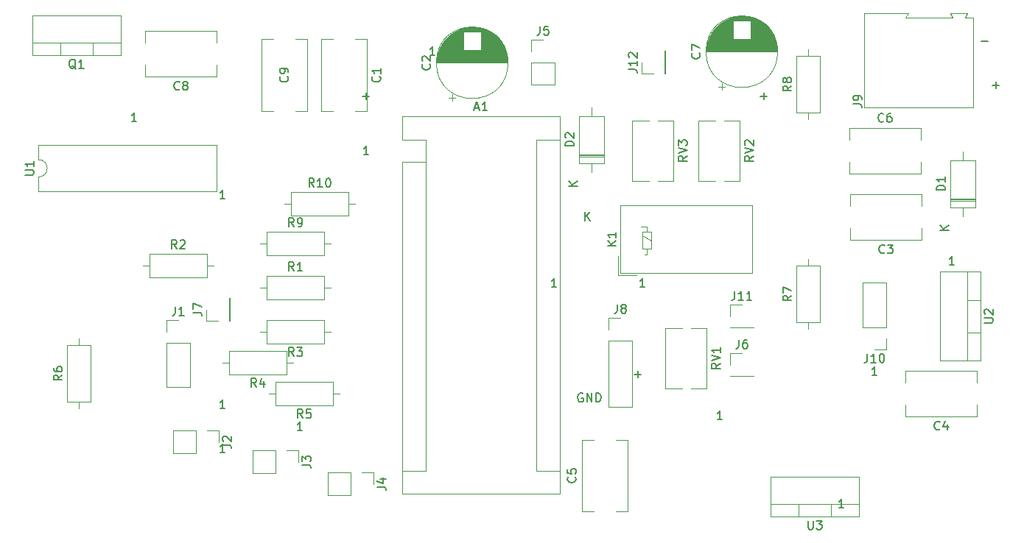
<source format=gbr>
G04 #@! TF.GenerationSoftware,KiCad,Pcbnew,(5.1.5)-3*
G04 #@! TF.CreationDate,2020-03-25T21:09:59+01:00*
G04 #@! TF.ProjectId,FunctiongeneratorMK3PowerControl,46756e63-7469-46f6-9e67-656e65726174,rev?*
G04 #@! TF.SameCoordinates,Original*
G04 #@! TF.FileFunction,Legend,Top*
G04 #@! TF.FilePolarity,Positive*
%FSLAX46Y46*%
G04 Gerber Fmt 4.6, Leading zero omitted, Abs format (unit mm)*
G04 Created by KiCad (PCBNEW (5.1.5)-3) date 2020-03-25 21:09:59*
%MOMM*%
%LPD*%
G04 APERTURE LIST*
%ADD10C,0.150000*%
%ADD11C,0.120000*%
G04 APERTURE END LIST*
D10*
X115189047Y-76271428D02*
X115950952Y-76271428D01*
X115570000Y-76652380D02*
X115570000Y-75890476D01*
X141859047Y-75001428D02*
X142620952Y-75001428D01*
X142240000Y-75382380D02*
X142240000Y-74620476D01*
X140589047Y-69921428D02*
X141350952Y-69921428D01*
X137445714Y-95702380D02*
X136874285Y-95702380D01*
X137160000Y-95702380D02*
X137160000Y-94702380D01*
X137064761Y-94845238D01*
X136969523Y-94940476D01*
X136874285Y-94988095D01*
X128555714Y-108402380D02*
X127984285Y-108402380D01*
X128270000Y-108402380D02*
X128270000Y-107402380D01*
X128174761Y-107545238D01*
X128079523Y-107640476D01*
X127984285Y-107688095D01*
X124745714Y-123642380D02*
X124174285Y-123642380D01*
X124460000Y-123642380D02*
X124460000Y-122642380D01*
X124364761Y-122785238D01*
X124269523Y-122880476D01*
X124174285Y-122928095D01*
X110775714Y-113482380D02*
X110204285Y-113482380D01*
X110490000Y-113482380D02*
X110490000Y-112482380D01*
X110394761Y-112625238D01*
X110299523Y-112720476D01*
X110204285Y-112768095D01*
X94988095Y-90622380D02*
X94988095Y-89622380D01*
X95559523Y-90622380D02*
X95130952Y-90050952D01*
X95559523Y-89622380D02*
X94988095Y-90193809D01*
X94742095Y-110498000D02*
X94646857Y-110450380D01*
X94504000Y-110450380D01*
X94361142Y-110498000D01*
X94265904Y-110593238D01*
X94218285Y-110688476D01*
X94170666Y-110878952D01*
X94170666Y-111021809D01*
X94218285Y-111212285D01*
X94265904Y-111307523D01*
X94361142Y-111402761D01*
X94504000Y-111450380D01*
X94599238Y-111450380D01*
X94742095Y-111402761D01*
X94789714Y-111355142D01*
X94789714Y-111021809D01*
X94599238Y-111021809D01*
X95218285Y-111450380D02*
X95218285Y-110450380D01*
X95789714Y-111450380D01*
X95789714Y-110450380D01*
X96265904Y-111450380D02*
X96265904Y-110450380D01*
X96504000Y-110450380D01*
X96646857Y-110498000D01*
X96742095Y-110593238D01*
X96789714Y-110688476D01*
X96837333Y-110878952D01*
X96837333Y-111021809D01*
X96789714Y-111212285D01*
X96742095Y-111307523D01*
X96646857Y-111402761D01*
X96504000Y-111450380D01*
X96265904Y-111450380D01*
X100711047Y-108275428D02*
X101472952Y-108275428D01*
X101092000Y-108656380D02*
X101092000Y-107894476D01*
X91725714Y-98242380D02*
X91154285Y-98242380D01*
X91440000Y-98242380D02*
X91440000Y-97242380D01*
X91344761Y-97385238D01*
X91249523Y-97480476D01*
X91154285Y-97528095D01*
X101885714Y-98242380D02*
X101314285Y-98242380D01*
X101600000Y-98242380D02*
X101600000Y-97242380D01*
X101504761Y-97385238D01*
X101409523Y-97480476D01*
X101314285Y-97528095D01*
X70135714Y-83002380D02*
X69564285Y-83002380D01*
X69850000Y-83002380D02*
X69850000Y-82002380D01*
X69754761Y-82145238D01*
X69659523Y-82240476D01*
X69564285Y-82288095D01*
X53625714Y-117292380D02*
X53054285Y-117292380D01*
X53340000Y-117292380D02*
X53340000Y-116292380D01*
X53244761Y-116435238D01*
X53149523Y-116530476D01*
X53054285Y-116578095D01*
X62515714Y-114752380D02*
X61944285Y-114752380D01*
X62230000Y-114752380D02*
X62230000Y-113752380D01*
X62134761Y-113895238D01*
X62039523Y-113990476D01*
X61944285Y-114038095D01*
X53625714Y-112212380D02*
X53054285Y-112212380D01*
X53340000Y-112212380D02*
X53340000Y-111212380D01*
X53244761Y-111355238D01*
X53149523Y-111450476D01*
X53054285Y-111498095D01*
X53625714Y-88082380D02*
X53054285Y-88082380D01*
X53340000Y-88082380D02*
X53340000Y-87082380D01*
X53244761Y-87225238D01*
X53149523Y-87320476D01*
X53054285Y-87368095D01*
X77755714Y-71572380D02*
X77184285Y-71572380D01*
X77470000Y-71572380D02*
X77470000Y-70572380D01*
X77374761Y-70715238D01*
X77279523Y-70810476D01*
X77184285Y-70858095D01*
X69469047Y-76271428D02*
X70230952Y-76271428D01*
X69850000Y-76652380D02*
X69850000Y-75890476D01*
X43465714Y-79192380D02*
X42894285Y-79192380D01*
X43180000Y-79192380D02*
X43180000Y-78192380D01*
X43084761Y-78335238D01*
X42989523Y-78430476D01*
X42894285Y-78478095D01*
D11*
X92078000Y-78610000D02*
X74038000Y-78610000D01*
X92078000Y-122050000D02*
X92078000Y-78610000D01*
X74038000Y-122050000D02*
X92078000Y-122050000D01*
X76708000Y-119380000D02*
X74038000Y-119380000D01*
X76708000Y-83820000D02*
X76708000Y-119380000D01*
X76708000Y-83820000D02*
X74038000Y-83820000D01*
X89408000Y-119380000D02*
X92078000Y-119380000D01*
X89408000Y-81280000D02*
X89408000Y-119380000D01*
X89408000Y-81280000D02*
X92078000Y-81280000D01*
X74038000Y-78610000D02*
X74038000Y-81280000D01*
X74038000Y-83820000D02*
X74038000Y-122050000D01*
X76708000Y-81280000D02*
X74038000Y-81280000D01*
X76708000Y-83820000D02*
X76708000Y-81280000D01*
X32198000Y-81932000D02*
X32198000Y-83582000D01*
X52638000Y-81932000D02*
X32198000Y-81932000D01*
X52638000Y-87232000D02*
X52638000Y-81932000D01*
X32198000Y-87232000D02*
X52638000Y-87232000D01*
X32198000Y-85582000D02*
X32198000Y-87232000D01*
X32198000Y-83582000D02*
G75*
G02X32198000Y-85582000I0J-1000000D01*
G01*
X68556000Y-88646000D02*
X67786000Y-88646000D01*
X60476000Y-88646000D02*
X61246000Y-88646000D01*
X67786000Y-87276000D02*
X61246000Y-87276000D01*
X67786000Y-90016000D02*
X67786000Y-87276000D01*
X61246000Y-90016000D02*
X67786000Y-90016000D01*
X61246000Y-87276000D02*
X61246000Y-90016000D01*
X65762000Y-93218000D02*
X64992000Y-93218000D01*
X57682000Y-93218000D02*
X58452000Y-93218000D01*
X64992000Y-91848000D02*
X58452000Y-91848000D01*
X64992000Y-94588000D02*
X64992000Y-91848000D01*
X58452000Y-94588000D02*
X64992000Y-94588000D01*
X58452000Y-91848000D02*
X58452000Y-94588000D01*
X52300000Y-95758000D02*
X51530000Y-95758000D01*
X44220000Y-95758000D02*
X44990000Y-95758000D01*
X51530000Y-94388000D02*
X44990000Y-94388000D01*
X51530000Y-97128000D02*
X51530000Y-94388000D01*
X44990000Y-97128000D02*
X51530000Y-97128000D01*
X44990000Y-94388000D02*
X44990000Y-97128000D01*
X65762000Y-98298000D02*
X64992000Y-98298000D01*
X57682000Y-98298000D02*
X58452000Y-98298000D01*
X64992000Y-96928000D02*
X58452000Y-96928000D01*
X64992000Y-99668000D02*
X64992000Y-96928000D01*
X58452000Y-99668000D02*
X64992000Y-99668000D01*
X58452000Y-96928000D02*
X58452000Y-99668000D01*
X59196000Y-77974000D02*
X57832000Y-77974000D01*
X63072000Y-77974000D02*
X61708000Y-77974000D01*
X59196000Y-69734000D02*
X57832000Y-69734000D01*
X63072000Y-69734000D02*
X61708000Y-69734000D01*
X57832000Y-69734000D02*
X57832000Y-77974000D01*
X63072000Y-69734000D02*
X63072000Y-77974000D01*
X44454000Y-70118000D02*
X44454000Y-68754000D01*
X44454000Y-73994000D02*
X44454000Y-72630000D01*
X52694000Y-70118000D02*
X52694000Y-68754000D01*
X52694000Y-73994000D02*
X52694000Y-72630000D01*
X52694000Y-68754000D02*
X44454000Y-68754000D01*
X52694000Y-73994000D02*
X44454000Y-73994000D01*
X34725000Y-71596000D02*
X34725000Y-70086000D01*
X38426000Y-71596000D02*
X38426000Y-70086000D01*
X41696000Y-70086000D02*
X31456000Y-70086000D01*
X31456000Y-71596000D02*
X31456000Y-66955000D01*
X41696000Y-71596000D02*
X41696000Y-66955000D01*
X41696000Y-66955000D02*
X31456000Y-66955000D01*
X41696000Y-71596000D02*
X31456000Y-71596000D01*
X101600000Y-91923000D02*
X102616000Y-91923000D01*
X102616000Y-93828000D02*
X102616000Y-91923000D01*
X101600000Y-93828000D02*
X102616000Y-93828000D01*
X101600000Y-91923000D02*
X101600000Y-93828000D01*
X102108000Y-91288000D02*
X102108000Y-91923000D01*
X101473000Y-91288000D02*
X102108000Y-91288000D01*
X102108000Y-94550000D02*
X102108000Y-93828000D01*
X101830000Y-94550000D02*
X102108000Y-94550000D01*
X101600000Y-92304000D02*
X102616000Y-92939000D01*
X99030000Y-96650000D02*
X99030000Y-88850000D01*
X99030000Y-88850000D02*
X114230000Y-88850000D01*
X114230000Y-88850000D02*
X114230000Y-96650000D01*
X114230000Y-96650000D02*
X99030000Y-96650000D01*
X100930000Y-96850000D02*
X98830000Y-96850000D01*
X98830000Y-96850000D02*
X98830000Y-94650000D01*
X102374000Y-86025000D02*
X100410000Y-86025000D01*
X105150000Y-86025000D02*
X103364000Y-86025000D01*
X102374000Y-79075000D02*
X100410000Y-79075000D01*
X105150000Y-79075000D02*
X103364000Y-79075000D01*
X100410000Y-79075000D02*
X100410000Y-86025000D01*
X105150000Y-79075000D02*
X105150000Y-86025000D01*
X109994000Y-86025000D02*
X108030000Y-86025000D01*
X112770000Y-86025000D02*
X110984000Y-86025000D01*
X109994000Y-79075000D02*
X108030000Y-79075000D01*
X112770000Y-79075000D02*
X110984000Y-79075000D01*
X108030000Y-79075000D02*
X108030000Y-86025000D01*
X112770000Y-79075000D02*
X112770000Y-86025000D01*
X106184000Y-109901000D02*
X104220000Y-109901000D01*
X108960000Y-109901000D02*
X107174000Y-109901000D01*
X106184000Y-102951000D02*
X104220000Y-102951000D01*
X108960000Y-102951000D02*
X107174000Y-102951000D01*
X104220000Y-102951000D02*
X104220000Y-109901000D01*
X108960000Y-102951000D02*
X108960000Y-109901000D01*
X120650000Y-70890000D02*
X120650000Y-71660000D01*
X120650000Y-78970000D02*
X120650000Y-78200000D01*
X119280000Y-71660000D02*
X119280000Y-78200000D01*
X122020000Y-71660000D02*
X119280000Y-71660000D01*
X122020000Y-78200000D02*
X122020000Y-71660000D01*
X119280000Y-78200000D02*
X122020000Y-78200000D01*
X120650000Y-95020000D02*
X120650000Y-95790000D01*
X120650000Y-103100000D02*
X120650000Y-102330000D01*
X119280000Y-95790000D02*
X119280000Y-102330000D01*
X122020000Y-95790000D02*
X119280000Y-95790000D01*
X122020000Y-102330000D02*
X122020000Y-95790000D01*
X119280000Y-102330000D02*
X122020000Y-102330000D01*
X36830000Y-104164000D02*
X36830000Y-104934000D01*
X36830000Y-112244000D02*
X36830000Y-111474000D01*
X35460000Y-104934000D02*
X35460000Y-111474000D01*
X38200000Y-104934000D02*
X35460000Y-104934000D01*
X38200000Y-111474000D02*
X38200000Y-104934000D01*
X35460000Y-111474000D02*
X38200000Y-111474000D01*
X101540000Y-73720000D02*
X101540000Y-72390000D01*
X102870000Y-73720000D02*
X101540000Y-73720000D01*
X104140000Y-73720000D02*
X104140000Y-71060000D01*
X104140000Y-71060000D02*
X104200000Y-71060000D01*
X104140000Y-73720000D02*
X104200000Y-73720000D01*
X104200000Y-73720000D02*
X104200000Y-71060000D01*
X111700000Y-100270000D02*
X113030000Y-100270000D01*
X111700000Y-101600000D02*
X111700000Y-100270000D01*
X111700000Y-102870000D02*
X114360000Y-102870000D01*
X114360000Y-102870000D02*
X114360000Y-102930000D01*
X111700000Y-102870000D02*
X111700000Y-102930000D01*
X111700000Y-102930000D02*
X114360000Y-102930000D01*
X111700000Y-105858000D02*
X113030000Y-105858000D01*
X111700000Y-107188000D02*
X111700000Y-105858000D01*
X111700000Y-108458000D02*
X114360000Y-108458000D01*
X114360000Y-108458000D02*
X114360000Y-108518000D01*
X111700000Y-108458000D02*
X111700000Y-108518000D01*
X111700000Y-108518000D02*
X114360000Y-108518000D01*
X94288000Y-83220000D02*
X97228000Y-83220000D01*
X94288000Y-82980000D02*
X97228000Y-82980000D01*
X94288000Y-83100000D02*
X97228000Y-83100000D01*
X95758000Y-77540000D02*
X95758000Y-78560000D01*
X95758000Y-85020000D02*
X95758000Y-84000000D01*
X94288000Y-78560000D02*
X94288000Y-84000000D01*
X97228000Y-78560000D02*
X94288000Y-78560000D01*
X97228000Y-84000000D02*
X97228000Y-78560000D01*
X94288000Y-84000000D02*
X97228000Y-84000000D01*
X110315000Y-75169698D02*
X111115000Y-75169698D01*
X110715000Y-75569698D02*
X110715000Y-74769698D01*
X112497000Y-67079000D02*
X113563000Y-67079000D01*
X112262000Y-67119000D02*
X113798000Y-67119000D01*
X112082000Y-67159000D02*
X113978000Y-67159000D01*
X111932000Y-67199000D02*
X114128000Y-67199000D01*
X111801000Y-67239000D02*
X114259000Y-67239000D01*
X111684000Y-67279000D02*
X114376000Y-67279000D01*
X111577000Y-67319000D02*
X114483000Y-67319000D01*
X111478000Y-67359000D02*
X114582000Y-67359000D01*
X111385000Y-67399000D02*
X114675000Y-67399000D01*
X111299000Y-67439000D02*
X114761000Y-67439000D01*
X111217000Y-67479000D02*
X114843000Y-67479000D01*
X111140000Y-67519000D02*
X114920000Y-67519000D01*
X111066000Y-67559000D02*
X114994000Y-67559000D01*
X110996000Y-67599000D02*
X115064000Y-67599000D01*
X114070000Y-67639000D02*
X115132000Y-67639000D01*
X110928000Y-67639000D02*
X111990000Y-67639000D01*
X114070000Y-67679000D02*
X115196000Y-67679000D01*
X110864000Y-67679000D02*
X111990000Y-67679000D01*
X114070000Y-67719000D02*
X115258000Y-67719000D01*
X110802000Y-67719000D02*
X111990000Y-67719000D01*
X114070000Y-67759000D02*
X115317000Y-67759000D01*
X110743000Y-67759000D02*
X111990000Y-67759000D01*
X114070000Y-67799000D02*
X115375000Y-67799000D01*
X110685000Y-67799000D02*
X111990000Y-67799000D01*
X114070000Y-67839000D02*
X115430000Y-67839000D01*
X110630000Y-67839000D02*
X111990000Y-67839000D01*
X114070000Y-67879000D02*
X115484000Y-67879000D01*
X110576000Y-67879000D02*
X111990000Y-67879000D01*
X114070000Y-67919000D02*
X115535000Y-67919000D01*
X110525000Y-67919000D02*
X111990000Y-67919000D01*
X114070000Y-67959000D02*
X115586000Y-67959000D01*
X110474000Y-67959000D02*
X111990000Y-67959000D01*
X114070000Y-67999000D02*
X115634000Y-67999000D01*
X110426000Y-67999000D02*
X111990000Y-67999000D01*
X114070000Y-68039000D02*
X115681000Y-68039000D01*
X110379000Y-68039000D02*
X111990000Y-68039000D01*
X114070000Y-68079000D02*
X115727000Y-68079000D01*
X110333000Y-68079000D02*
X111990000Y-68079000D01*
X114070000Y-68119000D02*
X115771000Y-68119000D01*
X110289000Y-68119000D02*
X111990000Y-68119000D01*
X114070000Y-68159000D02*
X115814000Y-68159000D01*
X110246000Y-68159000D02*
X111990000Y-68159000D01*
X114070000Y-68199000D02*
X115856000Y-68199000D01*
X110204000Y-68199000D02*
X111990000Y-68199000D01*
X114070000Y-68239000D02*
X115897000Y-68239000D01*
X110163000Y-68239000D02*
X111990000Y-68239000D01*
X114070000Y-68279000D02*
X115937000Y-68279000D01*
X110123000Y-68279000D02*
X111990000Y-68279000D01*
X114070000Y-68319000D02*
X115975000Y-68319000D01*
X110085000Y-68319000D02*
X111990000Y-68319000D01*
X114070000Y-68359000D02*
X116013000Y-68359000D01*
X110047000Y-68359000D02*
X111990000Y-68359000D01*
X114070000Y-68399000D02*
X116049000Y-68399000D01*
X110011000Y-68399000D02*
X111990000Y-68399000D01*
X114070000Y-68439000D02*
X116085000Y-68439000D01*
X109975000Y-68439000D02*
X111990000Y-68439000D01*
X114070000Y-68479000D02*
X116120000Y-68479000D01*
X109940000Y-68479000D02*
X111990000Y-68479000D01*
X114070000Y-68519000D02*
X116154000Y-68519000D01*
X109906000Y-68519000D02*
X111990000Y-68519000D01*
X114070000Y-68559000D02*
X116186000Y-68559000D01*
X109874000Y-68559000D02*
X111990000Y-68559000D01*
X114070000Y-68599000D02*
X116219000Y-68599000D01*
X109841000Y-68599000D02*
X111990000Y-68599000D01*
X114070000Y-68639000D02*
X116250000Y-68639000D01*
X109810000Y-68639000D02*
X111990000Y-68639000D01*
X114070000Y-68679000D02*
X116280000Y-68679000D01*
X109780000Y-68679000D02*
X111990000Y-68679000D01*
X114070000Y-68719000D02*
X116310000Y-68719000D01*
X109750000Y-68719000D02*
X111990000Y-68719000D01*
X114070000Y-68759000D02*
X116339000Y-68759000D01*
X109721000Y-68759000D02*
X111990000Y-68759000D01*
X114070000Y-68799000D02*
X116368000Y-68799000D01*
X109692000Y-68799000D02*
X111990000Y-68799000D01*
X114070000Y-68839000D02*
X116395000Y-68839000D01*
X109665000Y-68839000D02*
X111990000Y-68839000D01*
X114070000Y-68879000D02*
X116422000Y-68879000D01*
X109638000Y-68879000D02*
X111990000Y-68879000D01*
X114070000Y-68919000D02*
X116448000Y-68919000D01*
X109612000Y-68919000D02*
X111990000Y-68919000D01*
X114070000Y-68959000D02*
X116474000Y-68959000D01*
X109586000Y-68959000D02*
X111990000Y-68959000D01*
X114070000Y-68999000D02*
X116499000Y-68999000D01*
X109561000Y-68999000D02*
X111990000Y-68999000D01*
X114070000Y-69039000D02*
X116523000Y-69039000D01*
X109537000Y-69039000D02*
X111990000Y-69039000D01*
X114070000Y-69079000D02*
X116547000Y-69079000D01*
X109513000Y-69079000D02*
X111990000Y-69079000D01*
X114070000Y-69119000D02*
X116570000Y-69119000D01*
X109490000Y-69119000D02*
X111990000Y-69119000D01*
X114070000Y-69159000D02*
X116592000Y-69159000D01*
X109468000Y-69159000D02*
X111990000Y-69159000D01*
X114070000Y-69199000D02*
X116614000Y-69199000D01*
X109446000Y-69199000D02*
X111990000Y-69199000D01*
X114070000Y-69239000D02*
X116636000Y-69239000D01*
X109424000Y-69239000D02*
X111990000Y-69239000D01*
X114070000Y-69279000D02*
X116657000Y-69279000D01*
X109403000Y-69279000D02*
X111990000Y-69279000D01*
X114070000Y-69319000D02*
X116677000Y-69319000D01*
X109383000Y-69319000D02*
X111990000Y-69319000D01*
X114070000Y-69359000D02*
X116696000Y-69359000D01*
X109364000Y-69359000D02*
X111990000Y-69359000D01*
X114070000Y-69399000D02*
X116716000Y-69399000D01*
X109344000Y-69399000D02*
X111990000Y-69399000D01*
X114070000Y-69439000D02*
X116734000Y-69439000D01*
X109326000Y-69439000D02*
X111990000Y-69439000D01*
X114070000Y-69479000D02*
X116752000Y-69479000D01*
X109308000Y-69479000D02*
X111990000Y-69479000D01*
X114070000Y-69519000D02*
X116770000Y-69519000D01*
X109290000Y-69519000D02*
X111990000Y-69519000D01*
X114070000Y-69559000D02*
X116787000Y-69559000D01*
X109273000Y-69559000D02*
X111990000Y-69559000D01*
X114070000Y-69599000D02*
X116804000Y-69599000D01*
X109256000Y-69599000D02*
X111990000Y-69599000D01*
X114070000Y-69639000D02*
X116820000Y-69639000D01*
X109240000Y-69639000D02*
X111990000Y-69639000D01*
X114070000Y-69679000D02*
X116835000Y-69679000D01*
X109225000Y-69679000D02*
X111990000Y-69679000D01*
X109209000Y-69719000D02*
X116851000Y-69719000D01*
X109195000Y-69759000D02*
X116865000Y-69759000D01*
X109180000Y-69799000D02*
X116880000Y-69799000D01*
X109167000Y-69839000D02*
X116893000Y-69839000D01*
X109153000Y-69879000D02*
X116907000Y-69879000D01*
X109141000Y-69919000D02*
X116919000Y-69919000D01*
X109128000Y-69959000D02*
X116932000Y-69959000D01*
X109116000Y-69999000D02*
X116944000Y-69999000D01*
X109105000Y-70039000D02*
X116955000Y-70039000D01*
X109094000Y-70079000D02*
X116966000Y-70079000D01*
X109083000Y-70119000D02*
X116977000Y-70119000D01*
X109073000Y-70159000D02*
X116987000Y-70159000D01*
X109063000Y-70199000D02*
X116997000Y-70199000D01*
X109054000Y-70239000D02*
X117006000Y-70239000D01*
X109045000Y-70279000D02*
X117015000Y-70279000D01*
X109036000Y-70319000D02*
X117024000Y-70319000D01*
X109028000Y-70359000D02*
X117032000Y-70359000D01*
X109020000Y-70399000D02*
X117040000Y-70399000D01*
X109013000Y-70439000D02*
X117047000Y-70439000D01*
X109006000Y-70480000D02*
X117054000Y-70480000D01*
X109000000Y-70520000D02*
X117060000Y-70520000D01*
X108993000Y-70560000D02*
X117067000Y-70560000D01*
X108988000Y-70600000D02*
X117072000Y-70600000D01*
X108982000Y-70640000D02*
X117078000Y-70640000D01*
X108978000Y-70680000D02*
X117082000Y-70680000D01*
X108973000Y-70720000D02*
X117087000Y-70720000D01*
X108969000Y-70760000D02*
X117091000Y-70760000D01*
X108965000Y-70800000D02*
X117095000Y-70800000D01*
X108962000Y-70840000D02*
X117098000Y-70840000D01*
X108959000Y-70880000D02*
X117101000Y-70880000D01*
X108956000Y-70920000D02*
X117104000Y-70920000D01*
X108954000Y-70960000D02*
X117106000Y-70960000D01*
X108953000Y-71000000D02*
X117107000Y-71000000D01*
X108951000Y-71040000D02*
X117109000Y-71040000D01*
X108950000Y-71080000D02*
X117110000Y-71080000D01*
X108950000Y-71120000D02*
X117110000Y-71120000D01*
X108950000Y-71160000D02*
X117110000Y-71160000D01*
X117150000Y-71160000D02*
G75*
G03X117150000Y-71160000I-4120000J0D01*
G01*
X119561000Y-124682000D02*
X119561000Y-123172000D01*
X123262000Y-124682000D02*
X123262000Y-123172000D01*
X126532000Y-123172000D02*
X116292000Y-123172000D01*
X116292000Y-124682000D02*
X116292000Y-120041000D01*
X126532000Y-124682000D02*
X126532000Y-120041000D01*
X126532000Y-120041000D02*
X116292000Y-120041000D01*
X126532000Y-124682000D02*
X116292000Y-124682000D01*
X140430000Y-103451000D02*
X138920000Y-103451000D01*
X140430000Y-99750000D02*
X138920000Y-99750000D01*
X138920000Y-96480000D02*
X138920000Y-106720000D01*
X140430000Y-106720000D02*
X135789000Y-106720000D01*
X140430000Y-96480000D02*
X135789000Y-96480000D01*
X135789000Y-96480000D02*
X135789000Y-106720000D01*
X140430000Y-96480000D02*
X140430000Y-106720000D01*
X58698000Y-110490000D02*
X59468000Y-110490000D01*
X66778000Y-110490000D02*
X66008000Y-110490000D01*
X59468000Y-111860000D02*
X66008000Y-111860000D01*
X59468000Y-109120000D02*
X59468000Y-111860000D01*
X66008000Y-109120000D02*
X59468000Y-109120000D01*
X66008000Y-111860000D02*
X66008000Y-109120000D01*
X53364000Y-106934000D02*
X54134000Y-106934000D01*
X61444000Y-106934000D02*
X60674000Y-106934000D01*
X54134000Y-108304000D02*
X60674000Y-108304000D01*
X54134000Y-105564000D02*
X54134000Y-108304000D01*
X60674000Y-105564000D02*
X54134000Y-105564000D01*
X60674000Y-108304000D02*
X60674000Y-105564000D01*
X57682000Y-103378000D02*
X58452000Y-103378000D01*
X65762000Y-103378000D02*
X64992000Y-103378000D01*
X58452000Y-104748000D02*
X64992000Y-104748000D01*
X58452000Y-102008000D02*
X58452000Y-104748000D01*
X64992000Y-102008000D02*
X58452000Y-102008000D01*
X64992000Y-104748000D02*
X64992000Y-102008000D01*
X129600000Y-105470000D02*
X128270000Y-105470000D01*
X129600000Y-104140000D02*
X129600000Y-105470000D01*
X129600000Y-102870000D02*
X126940000Y-102870000D01*
X126940000Y-102870000D02*
X126940000Y-97730000D01*
X129600000Y-102870000D02*
X129600000Y-97730000D01*
X129600000Y-97730000D02*
X126940000Y-97730000D01*
X127050000Y-66730000D02*
X127050000Y-77580000D01*
X132150000Y-66730000D02*
X127050000Y-66730000D01*
X131850000Y-67230000D02*
X132150000Y-66730000D01*
X137250000Y-67230000D02*
X131850000Y-67230000D01*
X137000000Y-66730000D02*
X137250000Y-67230000D01*
X137050000Y-66730000D02*
X137000000Y-66730000D01*
X138950000Y-66730000D02*
X137050000Y-66730000D01*
X138700000Y-67230000D02*
X138950000Y-66730000D01*
X139650000Y-67230000D02*
X138700000Y-67230000D01*
X139650000Y-77580000D02*
X139650000Y-67230000D01*
X127050000Y-77580000D02*
X139650000Y-77580000D01*
X97730000Y-101794000D02*
X99060000Y-101794000D01*
X97730000Y-103124000D02*
X97730000Y-101794000D01*
X97730000Y-104394000D02*
X100390000Y-104394000D01*
X100390000Y-104394000D02*
X100390000Y-112074000D01*
X97730000Y-104394000D02*
X97730000Y-112074000D01*
X97730000Y-112074000D02*
X100390000Y-112074000D01*
X51502000Y-102168000D02*
X51502000Y-100838000D01*
X52832000Y-102168000D02*
X51502000Y-102168000D01*
X54102000Y-102168000D02*
X54102000Y-99508000D01*
X54102000Y-99508000D02*
X54162000Y-99508000D01*
X54102000Y-102168000D02*
X54162000Y-102168000D01*
X54162000Y-102168000D02*
X54162000Y-99508000D01*
X88840000Y-69790000D02*
X90170000Y-69790000D01*
X88840000Y-71120000D02*
X88840000Y-69790000D01*
X88840000Y-72390000D02*
X91500000Y-72390000D01*
X91500000Y-72390000D02*
X91500000Y-74990000D01*
X88840000Y-72390000D02*
X88840000Y-74990000D01*
X88840000Y-74990000D02*
X91500000Y-74990000D01*
X70672000Y-119574000D02*
X70672000Y-120904000D01*
X69342000Y-119574000D02*
X70672000Y-119574000D01*
X68072000Y-119574000D02*
X68072000Y-122234000D01*
X68072000Y-122234000D02*
X65472000Y-122234000D01*
X68072000Y-119574000D02*
X65472000Y-119574000D01*
X65472000Y-119574000D02*
X65472000Y-122234000D01*
X62036000Y-117034000D02*
X62036000Y-118364000D01*
X60706000Y-117034000D02*
X62036000Y-117034000D01*
X59436000Y-117034000D02*
X59436000Y-119694000D01*
X59436000Y-119694000D02*
X56836000Y-119694000D01*
X59436000Y-117034000D02*
X56836000Y-117034000D01*
X56836000Y-117034000D02*
X56836000Y-119694000D01*
X52892000Y-114748000D02*
X52892000Y-116078000D01*
X51562000Y-114748000D02*
X52892000Y-114748000D01*
X50292000Y-114748000D02*
X50292000Y-117408000D01*
X50292000Y-117408000D02*
X47692000Y-117408000D01*
X50292000Y-114748000D02*
X47692000Y-114748000D01*
X47692000Y-114748000D02*
X47692000Y-117408000D01*
X46930000Y-102048000D02*
X48260000Y-102048000D01*
X46930000Y-103378000D02*
X46930000Y-102048000D01*
X46930000Y-104648000D02*
X49590000Y-104648000D01*
X49590000Y-104648000D02*
X49590000Y-109788000D01*
X46930000Y-104648000D02*
X46930000Y-109788000D01*
X46930000Y-109788000D02*
X49590000Y-109788000D01*
X136960000Y-88300000D02*
X139900000Y-88300000D01*
X136960000Y-88060000D02*
X139900000Y-88060000D01*
X136960000Y-88180000D02*
X139900000Y-88180000D01*
X138430000Y-82620000D02*
X138430000Y-83640000D01*
X138430000Y-90100000D02*
X138430000Y-89080000D01*
X136960000Y-83640000D02*
X136960000Y-89080000D01*
X139900000Y-83640000D02*
X136960000Y-83640000D01*
X139900000Y-89080000D02*
X139900000Y-83640000D01*
X136960000Y-89080000D02*
X139900000Y-89080000D01*
X133600000Y-83806000D02*
X133600000Y-85170000D01*
X133600000Y-79930000D02*
X133600000Y-81294000D01*
X125360000Y-83806000D02*
X125360000Y-85170000D01*
X125360000Y-79930000D02*
X125360000Y-81294000D01*
X125360000Y-85170000D02*
X133600000Y-85170000D01*
X125360000Y-79930000D02*
X133600000Y-79930000D01*
X98538000Y-115828000D02*
X99902000Y-115828000D01*
X94662000Y-115828000D02*
X96026000Y-115828000D01*
X98538000Y-124068000D02*
X99902000Y-124068000D01*
X94662000Y-124068000D02*
X96026000Y-124068000D01*
X99902000Y-124068000D02*
X99902000Y-115828000D01*
X94662000Y-124068000D02*
X94662000Y-115828000D01*
X131830000Y-109234000D02*
X131830000Y-107870000D01*
X131830000Y-113110000D02*
X131830000Y-111746000D01*
X140070000Y-109234000D02*
X140070000Y-107870000D01*
X140070000Y-113110000D02*
X140070000Y-111746000D01*
X140070000Y-107870000D02*
X131830000Y-107870000D01*
X140070000Y-113110000D02*
X131830000Y-113110000D01*
X125480000Y-88914000D02*
X125480000Y-87550000D01*
X125480000Y-92790000D02*
X125480000Y-91426000D01*
X133720000Y-88914000D02*
X133720000Y-87550000D01*
X133720000Y-92790000D02*
X133720000Y-91426000D01*
X133720000Y-87550000D02*
X125480000Y-87550000D01*
X133720000Y-92790000D02*
X125480000Y-92790000D01*
X79327000Y-76439698D02*
X80127000Y-76439698D01*
X79727000Y-76839698D02*
X79727000Y-76039698D01*
X81509000Y-68349000D02*
X82575000Y-68349000D01*
X81274000Y-68389000D02*
X82810000Y-68389000D01*
X81094000Y-68429000D02*
X82990000Y-68429000D01*
X80944000Y-68469000D02*
X83140000Y-68469000D01*
X80813000Y-68509000D02*
X83271000Y-68509000D01*
X80696000Y-68549000D02*
X83388000Y-68549000D01*
X80589000Y-68589000D02*
X83495000Y-68589000D01*
X80490000Y-68629000D02*
X83594000Y-68629000D01*
X80397000Y-68669000D02*
X83687000Y-68669000D01*
X80311000Y-68709000D02*
X83773000Y-68709000D01*
X80229000Y-68749000D02*
X83855000Y-68749000D01*
X80152000Y-68789000D02*
X83932000Y-68789000D01*
X80078000Y-68829000D02*
X84006000Y-68829000D01*
X80008000Y-68869000D02*
X84076000Y-68869000D01*
X83082000Y-68909000D02*
X84144000Y-68909000D01*
X79940000Y-68909000D02*
X81002000Y-68909000D01*
X83082000Y-68949000D02*
X84208000Y-68949000D01*
X79876000Y-68949000D02*
X81002000Y-68949000D01*
X83082000Y-68989000D02*
X84270000Y-68989000D01*
X79814000Y-68989000D02*
X81002000Y-68989000D01*
X83082000Y-69029000D02*
X84329000Y-69029000D01*
X79755000Y-69029000D02*
X81002000Y-69029000D01*
X83082000Y-69069000D02*
X84387000Y-69069000D01*
X79697000Y-69069000D02*
X81002000Y-69069000D01*
X83082000Y-69109000D02*
X84442000Y-69109000D01*
X79642000Y-69109000D02*
X81002000Y-69109000D01*
X83082000Y-69149000D02*
X84496000Y-69149000D01*
X79588000Y-69149000D02*
X81002000Y-69149000D01*
X83082000Y-69189000D02*
X84547000Y-69189000D01*
X79537000Y-69189000D02*
X81002000Y-69189000D01*
X83082000Y-69229000D02*
X84598000Y-69229000D01*
X79486000Y-69229000D02*
X81002000Y-69229000D01*
X83082000Y-69269000D02*
X84646000Y-69269000D01*
X79438000Y-69269000D02*
X81002000Y-69269000D01*
X83082000Y-69309000D02*
X84693000Y-69309000D01*
X79391000Y-69309000D02*
X81002000Y-69309000D01*
X83082000Y-69349000D02*
X84739000Y-69349000D01*
X79345000Y-69349000D02*
X81002000Y-69349000D01*
X83082000Y-69389000D02*
X84783000Y-69389000D01*
X79301000Y-69389000D02*
X81002000Y-69389000D01*
X83082000Y-69429000D02*
X84826000Y-69429000D01*
X79258000Y-69429000D02*
X81002000Y-69429000D01*
X83082000Y-69469000D02*
X84868000Y-69469000D01*
X79216000Y-69469000D02*
X81002000Y-69469000D01*
X83082000Y-69509000D02*
X84909000Y-69509000D01*
X79175000Y-69509000D02*
X81002000Y-69509000D01*
X83082000Y-69549000D02*
X84949000Y-69549000D01*
X79135000Y-69549000D02*
X81002000Y-69549000D01*
X83082000Y-69589000D02*
X84987000Y-69589000D01*
X79097000Y-69589000D02*
X81002000Y-69589000D01*
X83082000Y-69629000D02*
X85025000Y-69629000D01*
X79059000Y-69629000D02*
X81002000Y-69629000D01*
X83082000Y-69669000D02*
X85061000Y-69669000D01*
X79023000Y-69669000D02*
X81002000Y-69669000D01*
X83082000Y-69709000D02*
X85097000Y-69709000D01*
X78987000Y-69709000D02*
X81002000Y-69709000D01*
X83082000Y-69749000D02*
X85132000Y-69749000D01*
X78952000Y-69749000D02*
X81002000Y-69749000D01*
X83082000Y-69789000D02*
X85166000Y-69789000D01*
X78918000Y-69789000D02*
X81002000Y-69789000D01*
X83082000Y-69829000D02*
X85198000Y-69829000D01*
X78886000Y-69829000D02*
X81002000Y-69829000D01*
X83082000Y-69869000D02*
X85231000Y-69869000D01*
X78853000Y-69869000D02*
X81002000Y-69869000D01*
X83082000Y-69909000D02*
X85262000Y-69909000D01*
X78822000Y-69909000D02*
X81002000Y-69909000D01*
X83082000Y-69949000D02*
X85292000Y-69949000D01*
X78792000Y-69949000D02*
X81002000Y-69949000D01*
X83082000Y-69989000D02*
X85322000Y-69989000D01*
X78762000Y-69989000D02*
X81002000Y-69989000D01*
X83082000Y-70029000D02*
X85351000Y-70029000D01*
X78733000Y-70029000D02*
X81002000Y-70029000D01*
X83082000Y-70069000D02*
X85380000Y-70069000D01*
X78704000Y-70069000D02*
X81002000Y-70069000D01*
X83082000Y-70109000D02*
X85407000Y-70109000D01*
X78677000Y-70109000D02*
X81002000Y-70109000D01*
X83082000Y-70149000D02*
X85434000Y-70149000D01*
X78650000Y-70149000D02*
X81002000Y-70149000D01*
X83082000Y-70189000D02*
X85460000Y-70189000D01*
X78624000Y-70189000D02*
X81002000Y-70189000D01*
X83082000Y-70229000D02*
X85486000Y-70229000D01*
X78598000Y-70229000D02*
X81002000Y-70229000D01*
X83082000Y-70269000D02*
X85511000Y-70269000D01*
X78573000Y-70269000D02*
X81002000Y-70269000D01*
X83082000Y-70309000D02*
X85535000Y-70309000D01*
X78549000Y-70309000D02*
X81002000Y-70309000D01*
X83082000Y-70349000D02*
X85559000Y-70349000D01*
X78525000Y-70349000D02*
X81002000Y-70349000D01*
X83082000Y-70389000D02*
X85582000Y-70389000D01*
X78502000Y-70389000D02*
X81002000Y-70389000D01*
X83082000Y-70429000D02*
X85604000Y-70429000D01*
X78480000Y-70429000D02*
X81002000Y-70429000D01*
X83082000Y-70469000D02*
X85626000Y-70469000D01*
X78458000Y-70469000D02*
X81002000Y-70469000D01*
X83082000Y-70509000D02*
X85648000Y-70509000D01*
X78436000Y-70509000D02*
X81002000Y-70509000D01*
X83082000Y-70549000D02*
X85669000Y-70549000D01*
X78415000Y-70549000D02*
X81002000Y-70549000D01*
X83082000Y-70589000D02*
X85689000Y-70589000D01*
X78395000Y-70589000D02*
X81002000Y-70589000D01*
X83082000Y-70629000D02*
X85708000Y-70629000D01*
X78376000Y-70629000D02*
X81002000Y-70629000D01*
X83082000Y-70669000D02*
X85728000Y-70669000D01*
X78356000Y-70669000D02*
X81002000Y-70669000D01*
X83082000Y-70709000D02*
X85746000Y-70709000D01*
X78338000Y-70709000D02*
X81002000Y-70709000D01*
X83082000Y-70749000D02*
X85764000Y-70749000D01*
X78320000Y-70749000D02*
X81002000Y-70749000D01*
X83082000Y-70789000D02*
X85782000Y-70789000D01*
X78302000Y-70789000D02*
X81002000Y-70789000D01*
X83082000Y-70829000D02*
X85799000Y-70829000D01*
X78285000Y-70829000D02*
X81002000Y-70829000D01*
X83082000Y-70869000D02*
X85816000Y-70869000D01*
X78268000Y-70869000D02*
X81002000Y-70869000D01*
X83082000Y-70909000D02*
X85832000Y-70909000D01*
X78252000Y-70909000D02*
X81002000Y-70909000D01*
X83082000Y-70949000D02*
X85847000Y-70949000D01*
X78237000Y-70949000D02*
X81002000Y-70949000D01*
X78221000Y-70989000D02*
X85863000Y-70989000D01*
X78207000Y-71029000D02*
X85877000Y-71029000D01*
X78192000Y-71069000D02*
X85892000Y-71069000D01*
X78179000Y-71109000D02*
X85905000Y-71109000D01*
X78165000Y-71149000D02*
X85919000Y-71149000D01*
X78153000Y-71189000D02*
X85931000Y-71189000D01*
X78140000Y-71229000D02*
X85944000Y-71229000D01*
X78128000Y-71269000D02*
X85956000Y-71269000D01*
X78117000Y-71309000D02*
X85967000Y-71309000D01*
X78106000Y-71349000D02*
X85978000Y-71349000D01*
X78095000Y-71389000D02*
X85989000Y-71389000D01*
X78085000Y-71429000D02*
X85999000Y-71429000D01*
X78075000Y-71469000D02*
X86009000Y-71469000D01*
X78066000Y-71509000D02*
X86018000Y-71509000D01*
X78057000Y-71549000D02*
X86027000Y-71549000D01*
X78048000Y-71589000D02*
X86036000Y-71589000D01*
X78040000Y-71629000D02*
X86044000Y-71629000D01*
X78032000Y-71669000D02*
X86052000Y-71669000D01*
X78025000Y-71709000D02*
X86059000Y-71709000D01*
X78018000Y-71750000D02*
X86066000Y-71750000D01*
X78012000Y-71790000D02*
X86072000Y-71790000D01*
X78005000Y-71830000D02*
X86079000Y-71830000D01*
X78000000Y-71870000D02*
X86084000Y-71870000D01*
X77994000Y-71910000D02*
X86090000Y-71910000D01*
X77990000Y-71950000D02*
X86094000Y-71950000D01*
X77985000Y-71990000D02*
X86099000Y-71990000D01*
X77981000Y-72030000D02*
X86103000Y-72030000D01*
X77977000Y-72070000D02*
X86107000Y-72070000D01*
X77974000Y-72110000D02*
X86110000Y-72110000D01*
X77971000Y-72150000D02*
X86113000Y-72150000D01*
X77968000Y-72190000D02*
X86116000Y-72190000D01*
X77966000Y-72230000D02*
X86118000Y-72230000D01*
X77965000Y-72270000D02*
X86119000Y-72270000D01*
X77963000Y-72310000D02*
X86121000Y-72310000D01*
X77962000Y-72350000D02*
X86122000Y-72350000D01*
X77962000Y-72390000D02*
X86122000Y-72390000D01*
X77962000Y-72430000D02*
X86122000Y-72430000D01*
X86162000Y-72430000D02*
G75*
G03X86162000Y-72430000I-4120000J0D01*
G01*
X66054000Y-77974000D02*
X64690000Y-77974000D01*
X69930000Y-77974000D02*
X68566000Y-77974000D01*
X66054000Y-69734000D02*
X64690000Y-69734000D01*
X69930000Y-69734000D02*
X68566000Y-69734000D01*
X64690000Y-69734000D02*
X64690000Y-77974000D01*
X69930000Y-69734000D02*
X69930000Y-77974000D01*
D10*
X82343714Y-77636666D02*
X82819904Y-77636666D01*
X82248476Y-77922380D02*
X82581809Y-76922380D01*
X82915142Y-77922380D01*
X83772285Y-77922380D02*
X83200857Y-77922380D01*
X83486571Y-77922380D02*
X83486571Y-76922380D01*
X83391333Y-77065238D01*
X83296095Y-77160476D01*
X83200857Y-77208095D01*
X30650380Y-85343904D02*
X31459904Y-85343904D01*
X31555142Y-85296285D01*
X31602761Y-85248666D01*
X31650380Y-85153428D01*
X31650380Y-84962952D01*
X31602761Y-84867714D01*
X31555142Y-84820095D01*
X31459904Y-84772476D01*
X30650380Y-84772476D01*
X31650380Y-83772476D02*
X31650380Y-84343904D01*
X31650380Y-84058190D02*
X30650380Y-84058190D01*
X30793238Y-84153428D01*
X30888476Y-84248666D01*
X30936095Y-84343904D01*
X63873142Y-86728380D02*
X63539809Y-86252190D01*
X63301714Y-86728380D02*
X63301714Y-85728380D01*
X63682666Y-85728380D01*
X63777904Y-85776000D01*
X63825523Y-85823619D01*
X63873142Y-85918857D01*
X63873142Y-86061714D01*
X63825523Y-86156952D01*
X63777904Y-86204571D01*
X63682666Y-86252190D01*
X63301714Y-86252190D01*
X64825523Y-86728380D02*
X64254095Y-86728380D01*
X64539809Y-86728380D02*
X64539809Y-85728380D01*
X64444571Y-85871238D01*
X64349333Y-85966476D01*
X64254095Y-86014095D01*
X65444571Y-85728380D02*
X65539809Y-85728380D01*
X65635047Y-85776000D01*
X65682666Y-85823619D01*
X65730285Y-85918857D01*
X65777904Y-86109333D01*
X65777904Y-86347428D01*
X65730285Y-86537904D01*
X65682666Y-86633142D01*
X65635047Y-86680761D01*
X65539809Y-86728380D01*
X65444571Y-86728380D01*
X65349333Y-86680761D01*
X65301714Y-86633142D01*
X65254095Y-86537904D01*
X65206476Y-86347428D01*
X65206476Y-86109333D01*
X65254095Y-85918857D01*
X65301714Y-85823619D01*
X65349333Y-85776000D01*
X65444571Y-85728380D01*
X61555333Y-91300380D02*
X61222000Y-90824190D01*
X60983904Y-91300380D02*
X60983904Y-90300380D01*
X61364857Y-90300380D01*
X61460095Y-90348000D01*
X61507714Y-90395619D01*
X61555333Y-90490857D01*
X61555333Y-90633714D01*
X61507714Y-90728952D01*
X61460095Y-90776571D01*
X61364857Y-90824190D01*
X60983904Y-90824190D01*
X62031523Y-91300380D02*
X62222000Y-91300380D01*
X62317238Y-91252761D01*
X62364857Y-91205142D01*
X62460095Y-91062285D01*
X62507714Y-90871809D01*
X62507714Y-90490857D01*
X62460095Y-90395619D01*
X62412476Y-90348000D01*
X62317238Y-90300380D01*
X62126761Y-90300380D01*
X62031523Y-90348000D01*
X61983904Y-90395619D01*
X61936285Y-90490857D01*
X61936285Y-90728952D01*
X61983904Y-90824190D01*
X62031523Y-90871809D01*
X62126761Y-90919428D01*
X62317238Y-90919428D01*
X62412476Y-90871809D01*
X62460095Y-90824190D01*
X62507714Y-90728952D01*
X48093333Y-93840380D02*
X47760000Y-93364190D01*
X47521904Y-93840380D02*
X47521904Y-92840380D01*
X47902857Y-92840380D01*
X47998095Y-92888000D01*
X48045714Y-92935619D01*
X48093333Y-93030857D01*
X48093333Y-93173714D01*
X48045714Y-93268952D01*
X47998095Y-93316571D01*
X47902857Y-93364190D01*
X47521904Y-93364190D01*
X48474285Y-92935619D02*
X48521904Y-92888000D01*
X48617142Y-92840380D01*
X48855238Y-92840380D01*
X48950476Y-92888000D01*
X48998095Y-92935619D01*
X49045714Y-93030857D01*
X49045714Y-93126095D01*
X48998095Y-93268952D01*
X48426666Y-93840380D01*
X49045714Y-93840380D01*
X61555333Y-96380380D02*
X61222000Y-95904190D01*
X60983904Y-96380380D02*
X60983904Y-95380380D01*
X61364857Y-95380380D01*
X61460095Y-95428000D01*
X61507714Y-95475619D01*
X61555333Y-95570857D01*
X61555333Y-95713714D01*
X61507714Y-95808952D01*
X61460095Y-95856571D01*
X61364857Y-95904190D01*
X60983904Y-95904190D01*
X62507714Y-96380380D02*
X61936285Y-96380380D01*
X62222000Y-96380380D02*
X62222000Y-95380380D01*
X62126761Y-95523238D01*
X62031523Y-95618476D01*
X61936285Y-95666095D01*
X60809142Y-74020666D02*
X60856761Y-74068285D01*
X60904380Y-74211142D01*
X60904380Y-74306380D01*
X60856761Y-74449238D01*
X60761523Y-74544476D01*
X60666285Y-74592095D01*
X60475809Y-74639714D01*
X60332952Y-74639714D01*
X60142476Y-74592095D01*
X60047238Y-74544476D01*
X59952000Y-74449238D01*
X59904380Y-74306380D01*
X59904380Y-74211142D01*
X59952000Y-74068285D01*
X59999619Y-74020666D01*
X60904380Y-73544476D02*
X60904380Y-73354000D01*
X60856761Y-73258761D01*
X60809142Y-73211142D01*
X60666285Y-73115904D01*
X60475809Y-73068285D01*
X60094857Y-73068285D01*
X59999619Y-73115904D01*
X59952000Y-73163523D01*
X59904380Y-73258761D01*
X59904380Y-73449238D01*
X59952000Y-73544476D01*
X59999619Y-73592095D01*
X60094857Y-73639714D01*
X60332952Y-73639714D01*
X60428190Y-73592095D01*
X60475809Y-73544476D01*
X60523428Y-73449238D01*
X60523428Y-73258761D01*
X60475809Y-73163523D01*
X60428190Y-73115904D01*
X60332952Y-73068285D01*
X48407333Y-75481142D02*
X48359714Y-75528761D01*
X48216857Y-75576380D01*
X48121619Y-75576380D01*
X47978761Y-75528761D01*
X47883523Y-75433523D01*
X47835904Y-75338285D01*
X47788285Y-75147809D01*
X47788285Y-75004952D01*
X47835904Y-74814476D01*
X47883523Y-74719238D01*
X47978761Y-74624000D01*
X48121619Y-74576380D01*
X48216857Y-74576380D01*
X48359714Y-74624000D01*
X48407333Y-74671619D01*
X48978761Y-75004952D02*
X48883523Y-74957333D01*
X48835904Y-74909714D01*
X48788285Y-74814476D01*
X48788285Y-74766857D01*
X48835904Y-74671619D01*
X48883523Y-74624000D01*
X48978761Y-74576380D01*
X49169238Y-74576380D01*
X49264476Y-74624000D01*
X49312095Y-74671619D01*
X49359714Y-74766857D01*
X49359714Y-74814476D01*
X49312095Y-74909714D01*
X49264476Y-74957333D01*
X49169238Y-75004952D01*
X48978761Y-75004952D01*
X48883523Y-75052571D01*
X48835904Y-75100190D01*
X48788285Y-75195428D01*
X48788285Y-75385904D01*
X48835904Y-75481142D01*
X48883523Y-75528761D01*
X48978761Y-75576380D01*
X49169238Y-75576380D01*
X49264476Y-75528761D01*
X49312095Y-75481142D01*
X49359714Y-75385904D01*
X49359714Y-75195428D01*
X49312095Y-75100190D01*
X49264476Y-75052571D01*
X49169238Y-75004952D01*
X36480761Y-73143619D02*
X36385523Y-73096000D01*
X36290285Y-73000761D01*
X36147428Y-72857904D01*
X36052190Y-72810285D01*
X35956952Y-72810285D01*
X36004571Y-73048380D02*
X35909333Y-73000761D01*
X35814095Y-72905523D01*
X35766476Y-72715047D01*
X35766476Y-72381714D01*
X35814095Y-72191238D01*
X35909333Y-72096000D01*
X36004571Y-72048380D01*
X36195047Y-72048380D01*
X36290285Y-72096000D01*
X36385523Y-72191238D01*
X36433142Y-72381714D01*
X36433142Y-72715047D01*
X36385523Y-72905523D01*
X36290285Y-73000761D01*
X36195047Y-73048380D01*
X36004571Y-73048380D01*
X37385523Y-73048380D02*
X36814095Y-73048380D01*
X37099809Y-73048380D02*
X37099809Y-72048380D01*
X37004571Y-72191238D01*
X36909333Y-72286476D01*
X36814095Y-72334095D01*
X98582380Y-93488095D02*
X97582380Y-93488095D01*
X98582380Y-92916666D02*
X98010952Y-93345238D01*
X97582380Y-92916666D02*
X98153809Y-93488095D01*
X98582380Y-91964285D02*
X98582380Y-92535714D01*
X98582380Y-92250000D02*
X97582380Y-92250000D01*
X97725238Y-92345238D01*
X97820476Y-92440476D01*
X97868095Y-92535714D01*
X106732380Y-83145238D02*
X106256190Y-83478571D01*
X106732380Y-83716666D02*
X105732380Y-83716666D01*
X105732380Y-83335714D01*
X105780000Y-83240476D01*
X105827619Y-83192857D01*
X105922857Y-83145238D01*
X106065714Y-83145238D01*
X106160952Y-83192857D01*
X106208571Y-83240476D01*
X106256190Y-83335714D01*
X106256190Y-83716666D01*
X105732380Y-82859523D02*
X106732380Y-82526190D01*
X105732380Y-82192857D01*
X105732380Y-81954761D02*
X105732380Y-81335714D01*
X106113333Y-81669047D01*
X106113333Y-81526190D01*
X106160952Y-81430952D01*
X106208571Y-81383333D01*
X106303809Y-81335714D01*
X106541904Y-81335714D01*
X106637142Y-81383333D01*
X106684761Y-81430952D01*
X106732380Y-81526190D01*
X106732380Y-81811904D01*
X106684761Y-81907142D01*
X106637142Y-81954761D01*
X114352380Y-83145238D02*
X113876190Y-83478571D01*
X114352380Y-83716666D02*
X113352380Y-83716666D01*
X113352380Y-83335714D01*
X113400000Y-83240476D01*
X113447619Y-83192857D01*
X113542857Y-83145238D01*
X113685714Y-83145238D01*
X113780952Y-83192857D01*
X113828571Y-83240476D01*
X113876190Y-83335714D01*
X113876190Y-83716666D01*
X113352380Y-82859523D02*
X114352380Y-82526190D01*
X113352380Y-82192857D01*
X113447619Y-81907142D02*
X113400000Y-81859523D01*
X113352380Y-81764285D01*
X113352380Y-81526190D01*
X113400000Y-81430952D01*
X113447619Y-81383333D01*
X113542857Y-81335714D01*
X113638095Y-81335714D01*
X113780952Y-81383333D01*
X114352380Y-81954761D01*
X114352380Y-81335714D01*
X110542380Y-107021238D02*
X110066190Y-107354571D01*
X110542380Y-107592666D02*
X109542380Y-107592666D01*
X109542380Y-107211714D01*
X109590000Y-107116476D01*
X109637619Y-107068857D01*
X109732857Y-107021238D01*
X109875714Y-107021238D01*
X109970952Y-107068857D01*
X110018571Y-107116476D01*
X110066190Y-107211714D01*
X110066190Y-107592666D01*
X109542380Y-106735523D02*
X110542380Y-106402190D01*
X109542380Y-106068857D01*
X110542380Y-105211714D02*
X110542380Y-105783142D01*
X110542380Y-105497428D02*
X109542380Y-105497428D01*
X109685238Y-105592666D01*
X109780476Y-105687904D01*
X109828095Y-105783142D01*
X118732380Y-75096666D02*
X118256190Y-75430000D01*
X118732380Y-75668095D02*
X117732380Y-75668095D01*
X117732380Y-75287142D01*
X117780000Y-75191904D01*
X117827619Y-75144285D01*
X117922857Y-75096666D01*
X118065714Y-75096666D01*
X118160952Y-75144285D01*
X118208571Y-75191904D01*
X118256190Y-75287142D01*
X118256190Y-75668095D01*
X118160952Y-74525238D02*
X118113333Y-74620476D01*
X118065714Y-74668095D01*
X117970476Y-74715714D01*
X117922857Y-74715714D01*
X117827619Y-74668095D01*
X117780000Y-74620476D01*
X117732380Y-74525238D01*
X117732380Y-74334761D01*
X117780000Y-74239523D01*
X117827619Y-74191904D01*
X117922857Y-74144285D01*
X117970476Y-74144285D01*
X118065714Y-74191904D01*
X118113333Y-74239523D01*
X118160952Y-74334761D01*
X118160952Y-74525238D01*
X118208571Y-74620476D01*
X118256190Y-74668095D01*
X118351428Y-74715714D01*
X118541904Y-74715714D01*
X118637142Y-74668095D01*
X118684761Y-74620476D01*
X118732380Y-74525238D01*
X118732380Y-74334761D01*
X118684761Y-74239523D01*
X118637142Y-74191904D01*
X118541904Y-74144285D01*
X118351428Y-74144285D01*
X118256190Y-74191904D01*
X118208571Y-74239523D01*
X118160952Y-74334761D01*
X118732380Y-99226666D02*
X118256190Y-99560000D01*
X118732380Y-99798095D02*
X117732380Y-99798095D01*
X117732380Y-99417142D01*
X117780000Y-99321904D01*
X117827619Y-99274285D01*
X117922857Y-99226666D01*
X118065714Y-99226666D01*
X118160952Y-99274285D01*
X118208571Y-99321904D01*
X118256190Y-99417142D01*
X118256190Y-99798095D01*
X117732380Y-98893333D02*
X117732380Y-98226666D01*
X118732380Y-98655238D01*
X34912380Y-108370666D02*
X34436190Y-108704000D01*
X34912380Y-108942095D02*
X33912380Y-108942095D01*
X33912380Y-108561142D01*
X33960000Y-108465904D01*
X34007619Y-108418285D01*
X34102857Y-108370666D01*
X34245714Y-108370666D01*
X34340952Y-108418285D01*
X34388571Y-108465904D01*
X34436190Y-108561142D01*
X34436190Y-108942095D01*
X33912380Y-107513523D02*
X33912380Y-107704000D01*
X33960000Y-107799238D01*
X34007619Y-107846857D01*
X34150476Y-107942095D01*
X34340952Y-107989714D01*
X34721904Y-107989714D01*
X34817142Y-107942095D01*
X34864761Y-107894476D01*
X34912380Y-107799238D01*
X34912380Y-107608761D01*
X34864761Y-107513523D01*
X34817142Y-107465904D01*
X34721904Y-107418285D01*
X34483809Y-107418285D01*
X34388571Y-107465904D01*
X34340952Y-107513523D01*
X34293333Y-107608761D01*
X34293333Y-107799238D01*
X34340952Y-107894476D01*
X34388571Y-107942095D01*
X34483809Y-107989714D01*
X99992380Y-73199523D02*
X100706666Y-73199523D01*
X100849523Y-73247142D01*
X100944761Y-73342380D01*
X100992380Y-73485238D01*
X100992380Y-73580476D01*
X100992380Y-72199523D02*
X100992380Y-72770952D01*
X100992380Y-72485238D02*
X99992380Y-72485238D01*
X100135238Y-72580476D01*
X100230476Y-72675714D01*
X100278095Y-72770952D01*
X100087619Y-71818571D02*
X100040000Y-71770952D01*
X99992380Y-71675714D01*
X99992380Y-71437619D01*
X100040000Y-71342380D01*
X100087619Y-71294761D01*
X100182857Y-71247142D01*
X100278095Y-71247142D01*
X100420952Y-71294761D01*
X100992380Y-71866190D01*
X100992380Y-71247142D01*
X112220476Y-98722380D02*
X112220476Y-99436666D01*
X112172857Y-99579523D01*
X112077619Y-99674761D01*
X111934761Y-99722380D01*
X111839523Y-99722380D01*
X113220476Y-99722380D02*
X112649047Y-99722380D01*
X112934761Y-99722380D02*
X112934761Y-98722380D01*
X112839523Y-98865238D01*
X112744285Y-98960476D01*
X112649047Y-99008095D01*
X114172857Y-99722380D02*
X113601428Y-99722380D01*
X113887142Y-99722380D02*
X113887142Y-98722380D01*
X113791904Y-98865238D01*
X113696666Y-98960476D01*
X113601428Y-99008095D01*
X112696666Y-104310380D02*
X112696666Y-105024666D01*
X112649047Y-105167523D01*
X112553809Y-105262761D01*
X112410952Y-105310380D01*
X112315714Y-105310380D01*
X113601428Y-104310380D02*
X113410952Y-104310380D01*
X113315714Y-104358000D01*
X113268095Y-104405619D01*
X113172857Y-104548476D01*
X113125238Y-104738952D01*
X113125238Y-105119904D01*
X113172857Y-105215142D01*
X113220476Y-105262761D01*
X113315714Y-105310380D01*
X113506190Y-105310380D01*
X113601428Y-105262761D01*
X113649047Y-105215142D01*
X113696666Y-105119904D01*
X113696666Y-104881809D01*
X113649047Y-104786571D01*
X113601428Y-104738952D01*
X113506190Y-104691333D01*
X113315714Y-104691333D01*
X113220476Y-104738952D01*
X113172857Y-104786571D01*
X113125238Y-104881809D01*
X93740380Y-82018095D02*
X92740380Y-82018095D01*
X92740380Y-81780000D01*
X92788000Y-81637142D01*
X92883238Y-81541904D01*
X92978476Y-81494285D01*
X93168952Y-81446666D01*
X93311809Y-81446666D01*
X93502285Y-81494285D01*
X93597523Y-81541904D01*
X93692761Y-81637142D01*
X93740380Y-81780000D01*
X93740380Y-82018095D01*
X92835619Y-81065714D02*
X92788000Y-81018095D01*
X92740380Y-80922857D01*
X92740380Y-80684761D01*
X92788000Y-80589523D01*
X92835619Y-80541904D01*
X92930857Y-80494285D01*
X93026095Y-80494285D01*
X93168952Y-80541904D01*
X93740380Y-81113333D01*
X93740380Y-80494285D01*
X94110380Y-86621904D02*
X93110380Y-86621904D01*
X94110380Y-86050476D02*
X93538952Y-86479047D01*
X93110380Y-86050476D02*
X93681809Y-86621904D01*
X108137142Y-71326666D02*
X108184761Y-71374285D01*
X108232380Y-71517142D01*
X108232380Y-71612380D01*
X108184761Y-71755238D01*
X108089523Y-71850476D01*
X107994285Y-71898095D01*
X107803809Y-71945714D01*
X107660952Y-71945714D01*
X107470476Y-71898095D01*
X107375238Y-71850476D01*
X107280000Y-71755238D01*
X107232380Y-71612380D01*
X107232380Y-71517142D01*
X107280000Y-71374285D01*
X107327619Y-71326666D01*
X107232380Y-70993333D02*
X107232380Y-70326666D01*
X108232380Y-70755238D01*
X120650095Y-125134380D02*
X120650095Y-125943904D01*
X120697714Y-126039142D01*
X120745333Y-126086761D01*
X120840571Y-126134380D01*
X121031047Y-126134380D01*
X121126285Y-126086761D01*
X121173904Y-126039142D01*
X121221523Y-125943904D01*
X121221523Y-125134380D01*
X121602476Y-125134380D02*
X122221523Y-125134380D01*
X121888190Y-125515333D01*
X122031047Y-125515333D01*
X122126285Y-125562952D01*
X122173904Y-125610571D01*
X122221523Y-125705809D01*
X122221523Y-125943904D01*
X122173904Y-126039142D01*
X122126285Y-126086761D01*
X122031047Y-126134380D01*
X121745333Y-126134380D01*
X121650095Y-126086761D01*
X121602476Y-126039142D01*
X140882380Y-102361904D02*
X141691904Y-102361904D01*
X141787142Y-102314285D01*
X141834761Y-102266666D01*
X141882380Y-102171428D01*
X141882380Y-101980952D01*
X141834761Y-101885714D01*
X141787142Y-101838095D01*
X141691904Y-101790476D01*
X140882380Y-101790476D01*
X140977619Y-101361904D02*
X140930000Y-101314285D01*
X140882380Y-101219047D01*
X140882380Y-100980952D01*
X140930000Y-100885714D01*
X140977619Y-100838095D01*
X141072857Y-100790476D01*
X141168095Y-100790476D01*
X141310952Y-100838095D01*
X141882380Y-101409523D01*
X141882380Y-100790476D01*
X62571333Y-113312380D02*
X62238000Y-112836190D01*
X61999904Y-113312380D02*
X61999904Y-112312380D01*
X62380857Y-112312380D01*
X62476095Y-112360000D01*
X62523714Y-112407619D01*
X62571333Y-112502857D01*
X62571333Y-112645714D01*
X62523714Y-112740952D01*
X62476095Y-112788571D01*
X62380857Y-112836190D01*
X61999904Y-112836190D01*
X63476095Y-112312380D02*
X62999904Y-112312380D01*
X62952285Y-112788571D01*
X62999904Y-112740952D01*
X63095142Y-112693333D01*
X63333238Y-112693333D01*
X63428476Y-112740952D01*
X63476095Y-112788571D01*
X63523714Y-112883809D01*
X63523714Y-113121904D01*
X63476095Y-113217142D01*
X63428476Y-113264761D01*
X63333238Y-113312380D01*
X63095142Y-113312380D01*
X62999904Y-113264761D01*
X62952285Y-113217142D01*
X57237333Y-109756380D02*
X56904000Y-109280190D01*
X56665904Y-109756380D02*
X56665904Y-108756380D01*
X57046857Y-108756380D01*
X57142095Y-108804000D01*
X57189714Y-108851619D01*
X57237333Y-108946857D01*
X57237333Y-109089714D01*
X57189714Y-109184952D01*
X57142095Y-109232571D01*
X57046857Y-109280190D01*
X56665904Y-109280190D01*
X58094476Y-109089714D02*
X58094476Y-109756380D01*
X57856380Y-108708761D02*
X57618285Y-109423047D01*
X58237333Y-109423047D01*
X61555333Y-106200380D02*
X61222000Y-105724190D01*
X60983904Y-106200380D02*
X60983904Y-105200380D01*
X61364857Y-105200380D01*
X61460095Y-105248000D01*
X61507714Y-105295619D01*
X61555333Y-105390857D01*
X61555333Y-105533714D01*
X61507714Y-105628952D01*
X61460095Y-105676571D01*
X61364857Y-105724190D01*
X60983904Y-105724190D01*
X61888666Y-105200380D02*
X62507714Y-105200380D01*
X62174380Y-105581333D01*
X62317238Y-105581333D01*
X62412476Y-105628952D01*
X62460095Y-105676571D01*
X62507714Y-105771809D01*
X62507714Y-106009904D01*
X62460095Y-106105142D01*
X62412476Y-106152761D01*
X62317238Y-106200380D01*
X62031523Y-106200380D01*
X61936285Y-106152761D01*
X61888666Y-106105142D01*
X127460476Y-105922380D02*
X127460476Y-106636666D01*
X127412857Y-106779523D01*
X127317619Y-106874761D01*
X127174761Y-106922380D01*
X127079523Y-106922380D01*
X128460476Y-106922380D02*
X127889047Y-106922380D01*
X128174761Y-106922380D02*
X128174761Y-105922380D01*
X128079523Y-106065238D01*
X127984285Y-106160476D01*
X127889047Y-106208095D01*
X129079523Y-105922380D02*
X129174761Y-105922380D01*
X129270000Y-105970000D01*
X129317619Y-106017619D01*
X129365238Y-106112857D01*
X129412857Y-106303333D01*
X129412857Y-106541428D01*
X129365238Y-106731904D01*
X129317619Y-106827142D01*
X129270000Y-106874761D01*
X129174761Y-106922380D01*
X129079523Y-106922380D01*
X128984285Y-106874761D01*
X128936666Y-106827142D01*
X128889047Y-106731904D01*
X128841428Y-106541428D01*
X128841428Y-106303333D01*
X128889047Y-106112857D01*
X128936666Y-106017619D01*
X128984285Y-105970000D01*
X129079523Y-105922380D01*
X125812380Y-77183333D02*
X126526666Y-77183333D01*
X126669523Y-77230952D01*
X126764761Y-77326190D01*
X126812380Y-77469047D01*
X126812380Y-77564285D01*
X126812380Y-76659523D02*
X126812380Y-76469047D01*
X126764761Y-76373809D01*
X126717142Y-76326190D01*
X126574285Y-76230952D01*
X126383809Y-76183333D01*
X126002857Y-76183333D01*
X125907619Y-76230952D01*
X125860000Y-76278571D01*
X125812380Y-76373809D01*
X125812380Y-76564285D01*
X125860000Y-76659523D01*
X125907619Y-76707142D01*
X126002857Y-76754761D01*
X126240952Y-76754761D01*
X126336190Y-76707142D01*
X126383809Y-76659523D01*
X126431428Y-76564285D01*
X126431428Y-76373809D01*
X126383809Y-76278571D01*
X126336190Y-76230952D01*
X126240952Y-76183333D01*
X98726666Y-100246380D02*
X98726666Y-100960666D01*
X98679047Y-101103523D01*
X98583809Y-101198761D01*
X98440952Y-101246380D01*
X98345714Y-101246380D01*
X99345714Y-100674952D02*
X99250476Y-100627333D01*
X99202857Y-100579714D01*
X99155238Y-100484476D01*
X99155238Y-100436857D01*
X99202857Y-100341619D01*
X99250476Y-100294000D01*
X99345714Y-100246380D01*
X99536190Y-100246380D01*
X99631428Y-100294000D01*
X99679047Y-100341619D01*
X99726666Y-100436857D01*
X99726666Y-100484476D01*
X99679047Y-100579714D01*
X99631428Y-100627333D01*
X99536190Y-100674952D01*
X99345714Y-100674952D01*
X99250476Y-100722571D01*
X99202857Y-100770190D01*
X99155238Y-100865428D01*
X99155238Y-101055904D01*
X99202857Y-101151142D01*
X99250476Y-101198761D01*
X99345714Y-101246380D01*
X99536190Y-101246380D01*
X99631428Y-101198761D01*
X99679047Y-101151142D01*
X99726666Y-101055904D01*
X99726666Y-100865428D01*
X99679047Y-100770190D01*
X99631428Y-100722571D01*
X99536190Y-100674952D01*
X49954380Y-101171333D02*
X50668666Y-101171333D01*
X50811523Y-101218952D01*
X50906761Y-101314190D01*
X50954380Y-101457047D01*
X50954380Y-101552285D01*
X49954380Y-100790380D02*
X49954380Y-100123714D01*
X50954380Y-100552285D01*
X89836666Y-68242380D02*
X89836666Y-68956666D01*
X89789047Y-69099523D01*
X89693809Y-69194761D01*
X89550952Y-69242380D01*
X89455714Y-69242380D01*
X90789047Y-68242380D02*
X90312857Y-68242380D01*
X90265238Y-68718571D01*
X90312857Y-68670952D01*
X90408095Y-68623333D01*
X90646190Y-68623333D01*
X90741428Y-68670952D01*
X90789047Y-68718571D01*
X90836666Y-68813809D01*
X90836666Y-69051904D01*
X90789047Y-69147142D01*
X90741428Y-69194761D01*
X90646190Y-69242380D01*
X90408095Y-69242380D01*
X90312857Y-69194761D01*
X90265238Y-69147142D01*
X71124380Y-121237333D02*
X71838666Y-121237333D01*
X71981523Y-121284952D01*
X72076761Y-121380190D01*
X72124380Y-121523047D01*
X72124380Y-121618285D01*
X71457714Y-120332571D02*
X72124380Y-120332571D01*
X71076761Y-120570666D02*
X71791047Y-120808761D01*
X71791047Y-120189714D01*
X62488380Y-118697333D02*
X63202666Y-118697333D01*
X63345523Y-118744952D01*
X63440761Y-118840190D01*
X63488380Y-118983047D01*
X63488380Y-119078285D01*
X62488380Y-118316380D02*
X62488380Y-117697333D01*
X62869333Y-118030666D01*
X62869333Y-117887809D01*
X62916952Y-117792571D01*
X62964571Y-117744952D01*
X63059809Y-117697333D01*
X63297904Y-117697333D01*
X63393142Y-117744952D01*
X63440761Y-117792571D01*
X63488380Y-117887809D01*
X63488380Y-118173523D01*
X63440761Y-118268761D01*
X63393142Y-118316380D01*
X53344380Y-116411333D02*
X54058666Y-116411333D01*
X54201523Y-116458952D01*
X54296761Y-116554190D01*
X54344380Y-116697047D01*
X54344380Y-116792285D01*
X53439619Y-115982761D02*
X53392000Y-115935142D01*
X53344380Y-115839904D01*
X53344380Y-115601809D01*
X53392000Y-115506571D01*
X53439619Y-115458952D01*
X53534857Y-115411333D01*
X53630095Y-115411333D01*
X53772952Y-115458952D01*
X54344380Y-116030380D01*
X54344380Y-115411333D01*
X47926666Y-100500380D02*
X47926666Y-101214666D01*
X47879047Y-101357523D01*
X47783809Y-101452761D01*
X47640952Y-101500380D01*
X47545714Y-101500380D01*
X48926666Y-101500380D02*
X48355238Y-101500380D01*
X48640952Y-101500380D02*
X48640952Y-100500380D01*
X48545714Y-100643238D01*
X48450476Y-100738476D01*
X48355238Y-100786095D01*
X136412380Y-87098095D02*
X135412380Y-87098095D01*
X135412380Y-86860000D01*
X135460000Y-86717142D01*
X135555238Y-86621904D01*
X135650476Y-86574285D01*
X135840952Y-86526666D01*
X135983809Y-86526666D01*
X136174285Y-86574285D01*
X136269523Y-86621904D01*
X136364761Y-86717142D01*
X136412380Y-86860000D01*
X136412380Y-87098095D01*
X136412380Y-85574285D02*
X136412380Y-86145714D01*
X136412380Y-85860000D02*
X135412380Y-85860000D01*
X135555238Y-85955238D01*
X135650476Y-86050476D01*
X135698095Y-86145714D01*
X136782380Y-91701904D02*
X135782380Y-91701904D01*
X136782380Y-91130476D02*
X136210952Y-91559047D01*
X135782380Y-91130476D02*
X136353809Y-91701904D01*
X129313333Y-79157142D02*
X129265714Y-79204761D01*
X129122857Y-79252380D01*
X129027619Y-79252380D01*
X128884761Y-79204761D01*
X128789523Y-79109523D01*
X128741904Y-79014285D01*
X128694285Y-78823809D01*
X128694285Y-78680952D01*
X128741904Y-78490476D01*
X128789523Y-78395238D01*
X128884761Y-78300000D01*
X129027619Y-78252380D01*
X129122857Y-78252380D01*
X129265714Y-78300000D01*
X129313333Y-78347619D01*
X130170476Y-78252380D02*
X129980000Y-78252380D01*
X129884761Y-78300000D01*
X129837142Y-78347619D01*
X129741904Y-78490476D01*
X129694285Y-78680952D01*
X129694285Y-79061904D01*
X129741904Y-79157142D01*
X129789523Y-79204761D01*
X129884761Y-79252380D01*
X130075238Y-79252380D01*
X130170476Y-79204761D01*
X130218095Y-79157142D01*
X130265714Y-79061904D01*
X130265714Y-78823809D01*
X130218095Y-78728571D01*
X130170476Y-78680952D01*
X130075238Y-78633333D01*
X129884761Y-78633333D01*
X129789523Y-78680952D01*
X129741904Y-78728571D01*
X129694285Y-78823809D01*
X93889142Y-120114666D02*
X93936761Y-120162285D01*
X93984380Y-120305142D01*
X93984380Y-120400380D01*
X93936761Y-120543238D01*
X93841523Y-120638476D01*
X93746285Y-120686095D01*
X93555809Y-120733714D01*
X93412952Y-120733714D01*
X93222476Y-120686095D01*
X93127238Y-120638476D01*
X93032000Y-120543238D01*
X92984380Y-120400380D01*
X92984380Y-120305142D01*
X93032000Y-120162285D01*
X93079619Y-120114666D01*
X92984380Y-119209904D02*
X92984380Y-119686095D01*
X93460571Y-119733714D01*
X93412952Y-119686095D01*
X93365333Y-119590857D01*
X93365333Y-119352761D01*
X93412952Y-119257523D01*
X93460571Y-119209904D01*
X93555809Y-119162285D01*
X93793904Y-119162285D01*
X93889142Y-119209904D01*
X93936761Y-119257523D01*
X93984380Y-119352761D01*
X93984380Y-119590857D01*
X93936761Y-119686095D01*
X93889142Y-119733714D01*
X135783333Y-114597142D02*
X135735714Y-114644761D01*
X135592857Y-114692380D01*
X135497619Y-114692380D01*
X135354761Y-114644761D01*
X135259523Y-114549523D01*
X135211904Y-114454285D01*
X135164285Y-114263809D01*
X135164285Y-114120952D01*
X135211904Y-113930476D01*
X135259523Y-113835238D01*
X135354761Y-113740000D01*
X135497619Y-113692380D01*
X135592857Y-113692380D01*
X135735714Y-113740000D01*
X135783333Y-113787619D01*
X136640476Y-114025714D02*
X136640476Y-114692380D01*
X136402380Y-113644761D02*
X136164285Y-114359047D01*
X136783333Y-114359047D01*
X129433333Y-94277142D02*
X129385714Y-94324761D01*
X129242857Y-94372380D01*
X129147619Y-94372380D01*
X129004761Y-94324761D01*
X128909523Y-94229523D01*
X128861904Y-94134285D01*
X128814285Y-93943809D01*
X128814285Y-93800952D01*
X128861904Y-93610476D01*
X128909523Y-93515238D01*
X129004761Y-93420000D01*
X129147619Y-93372380D01*
X129242857Y-93372380D01*
X129385714Y-93420000D01*
X129433333Y-93467619D01*
X129766666Y-93372380D02*
X130385714Y-93372380D01*
X130052380Y-93753333D01*
X130195238Y-93753333D01*
X130290476Y-93800952D01*
X130338095Y-93848571D01*
X130385714Y-93943809D01*
X130385714Y-94181904D01*
X130338095Y-94277142D01*
X130290476Y-94324761D01*
X130195238Y-94372380D01*
X129909523Y-94372380D01*
X129814285Y-94324761D01*
X129766666Y-94277142D01*
X77149142Y-72596666D02*
X77196761Y-72644285D01*
X77244380Y-72787142D01*
X77244380Y-72882380D01*
X77196761Y-73025238D01*
X77101523Y-73120476D01*
X77006285Y-73168095D01*
X76815809Y-73215714D01*
X76672952Y-73215714D01*
X76482476Y-73168095D01*
X76387238Y-73120476D01*
X76292000Y-73025238D01*
X76244380Y-72882380D01*
X76244380Y-72787142D01*
X76292000Y-72644285D01*
X76339619Y-72596666D01*
X76339619Y-72215714D02*
X76292000Y-72168095D01*
X76244380Y-72072857D01*
X76244380Y-71834761D01*
X76292000Y-71739523D01*
X76339619Y-71691904D01*
X76434857Y-71644285D01*
X76530095Y-71644285D01*
X76672952Y-71691904D01*
X77244380Y-72263333D01*
X77244380Y-71644285D01*
X71417142Y-74020666D02*
X71464761Y-74068285D01*
X71512380Y-74211142D01*
X71512380Y-74306380D01*
X71464761Y-74449238D01*
X71369523Y-74544476D01*
X71274285Y-74592095D01*
X71083809Y-74639714D01*
X70940952Y-74639714D01*
X70750476Y-74592095D01*
X70655238Y-74544476D01*
X70560000Y-74449238D01*
X70512380Y-74306380D01*
X70512380Y-74211142D01*
X70560000Y-74068285D01*
X70607619Y-74020666D01*
X71512380Y-73068285D02*
X71512380Y-73639714D01*
X71512380Y-73354000D02*
X70512380Y-73354000D01*
X70655238Y-73449238D01*
X70750476Y-73544476D01*
X70798095Y-73639714D01*
M02*

</source>
